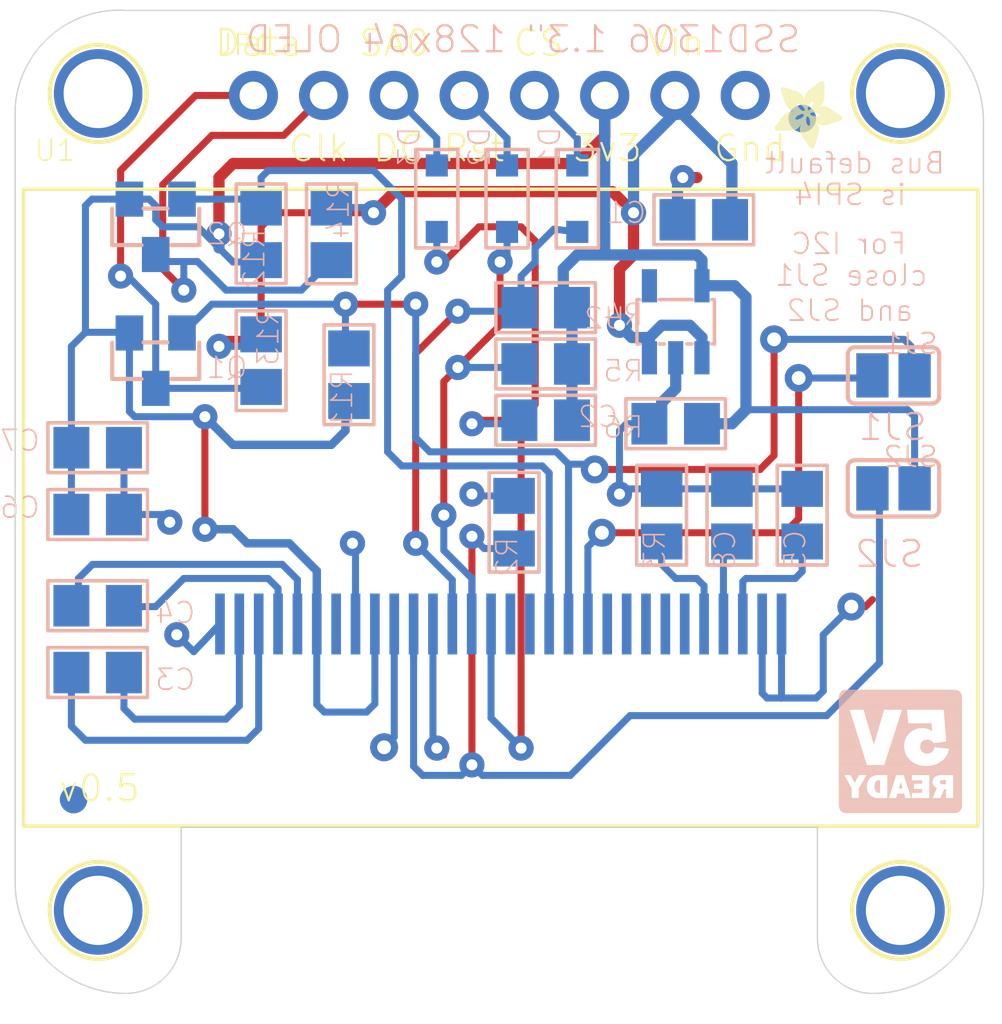
<source format=kicad_pcb>
(kicad_pcb (version 20211014) (generator pcbnew)
  (layers (0 "F.Cu" signal) (31 "B.Cu" signal) (34 "B.Paste" user) (35 "F.Paste" user) (36 "B.SilkS" user "B.Silkscreen") (37 "F.SilkS" user "F.Silkscreen") (38 "B.Mask" user) (39 "F.Mask" user) (44 "Edge.Cuts" user))
  (net 0 "")
  (net 1 "D0/SCLK/SCK_3.3V")
  (net 2 "D1/MOSI/SDA1_3.3V")
  (net 3 "GND")
  (net 4 "N$1")
  (net 5 "CS_3.3V")
  (net 6 "RST_3.3V")
  (net 7 "DC/SA0_3.3V")
  (net 8 "CS_5.0V")
  (net 9 "RST_5.0V")
  (net 10 "DC/SA0_5.0V")
  (net 11 "D0/SCLK/SCK_5.0V")
  (net 12 "D1/MOSI/SDA_5.0V")
  (net 13 "VIN")
  (net 14 "3.3V")
  (net 15 "N$3")
  (net 16 "N$4")
  (net 17 "N$5")
  (net 18 "N$6")
  (net 19 "N$7")
  (net 20 "N$11")
  (net 21 "N$12")
  (net 22 "N$2")
  (footprint "boardEagle:MOUNTINGHOLE_2.5_PLATED" (layer "F.Cu") (at 163.0011 90.257762)
    (fp_text reference "U$23" hide)
    (fp_text value "MOUNTINGHOLE2.5" hide)
  )
  (footprint "boardEagle:MOUNTINGHOLE_2.5_PLATED" (layer "F.Cu") (at 134.0011 90.257762)
    (fp_text reference "U$26" hide)
    (fp_text value "MOUNTINGHOLE2.5" hide)
  )
  (footprint "boardEagle:MOUNTINGHOLE_2.5_PLATED" (layer "F.Cu") (at 134.0011 119.757762)
    (fp_text reference "U$24" hide)
    (fp_text value "MOUNTINGHOLE2.5" hide)
  )
  (footprint "boardEagle:MOUNTINGHOLE_2.5_PLATED" (layer "F.Cu") (at 163.0011 119.757762)
    (fp_text reference "U$25" hide)
    (fp_text value "MOUNTINGHOLE2.5" hide)
  )
  (footprint "boardEagle:UG-2864HSWEG01_1.3_WRAPAROUND" (layer "F.Cu") (at 148.5531 109.215762)
    (fp_text reference "U1")
    (fp_text value "UG-2864HSWEG01")
  )
  (footprint "boardEagle:ADAFRUIT_2.5MM" (layer "F.Cu") (at 158.4611 89.805762 -90)
    (fp_text reference "U$27" hide)
    (fp_text value "" hide)
  )
  (footprint "boardEagle:1X08_ROUND_70" (layer "F.Cu") (at 148.5011 90.327762)
    (fp_text reference "JP1")
    (fp_text value "")
  )
  (footprint "boardEagle:0805" (layer "B.Cu") (at 133.9831 105.462762 180)
    (fp_text reference "C6")
    (fp_text value "2.2uF")
  )
  (footprint "boardEagle:LOGIC_5VREADY_5MM" (layer "B.Cu") (at 165.5011 116.507762 180)
    (fp_text reference "U$28" hide)
    (fp_text value "" hide)
  )
  (footprint "boardEagle:0805" (layer "B.Cu") (at 159.4491 105.485762 -90)
    (fp_text reference "C5")
    (fp_text value "10uF")
  )
  (footprint "boardEagle:0805" (layer "B.Cu") (at 149.0351 105.739762 -90)
    (fp_text reference "R2")
    (fp_text value "10K")
  )
  (footprint "boardEagle:0805" (layer "B.Cu") (at 154.8771 102.183762 180)
    (fp_text reference "C2")
    (fp_text value "10uF")
  )
  (footprint "boardEagle:0805" (layer "B.Cu") (at 154.3691 105.485762 -90)
    (fp_text reference "R3")
    (fp_text value "390K")
  )
  (footprint "boardEagle:0805" (layer "B.Cu") (at 156.9091 105.485762 -90)
    (fp_text reference "C8")
    (fp_text value "2.2uF")
  )
  (footprint "boardEagle:SOD-323" (layer "B.Cu") (at 146.2411 94.055762 -90)
    (fp_text reference "D3")
    (fp_text value "1N4148")
  )
  (footprint "boardEagle:SOT23-WIDE" (layer "B.Cu") (at 136.0811 99.905762)
    (fp_text reference "Q1")
    (fp_text value "BSS138")
  )
  (footprint "boardEagle:0805" (layer "B.Cu") (at 150.1781 102.056762)
    (fp_text reference "R6")
    (fp_text value "10K")
  )
  (footprint "boardEagle:0805" (layer "B.Cu") (at 142.4311 95.325762 90)
    (fp_text reference "R14")
    (fp_text value "10K")
  )
  (footprint "boardEagle:0805" (layer "B.Cu") (at 155.8931 94.817762 180)
    (fp_text reference "C1")
    (fp_text value "10uF")
  )
  (footprint "boardEagle:SOD-323" (layer "B.Cu") (at 148.7811 94.055762 -90)
    (fp_text reference "D2")
    (fp_text value "1N4148")
  )
  (footprint "boardEagle:SOLDERJUMPER_REFLOW_NOPASTE" (layer "B.Cu") (at 162.7511 100.437762 180)
    (fp_text reference "SJ1")
    (fp_text value "")
  )
  (footprint "boardEagle:0805" (layer "B.Cu") (at 150.1781 97.992762)
    (fp_text reference "R4")
    (fp_text value "10K")
  )
  (footprint "boardEagle:0805" (layer "B.Cu") (at 139.8911 99.905762 90)
    (fp_text reference "R13")
    (fp_text value "10K")
  )
  (footprint "boardEagle:SOD-323" (layer "B.Cu") (at 151.3211 94.055762 -90)
    (fp_text reference "D1")
    (fp_text value "1N4148")
  )
  (footprint "boardEagle:SOLDERJUMPER_REFLOW_NOPASTE" (layer "B.Cu") (at 162.7511 104.517762 180)
    (fp_text reference "SJ2")
    (fp_text value "")
  )
  (footprint "boardEagle:0805" (layer "B.Cu") (at 143.0661 100.413762 -90)
    (fp_text reference "R11")
    (fp_text value "10K")
  )
  (footprint "boardEagle:SOT23-5" (layer "B.Cu") (at 154.8771 98.500762 180)
    (fp_text reference "U2")
    (fp_text value "")
  )
  (footprint "boardEagle:SOT23-WIDE" (layer "B.Cu") (at 136.0811 95.071762)
    (fp_text reference "Q2")
    (fp_text value "BSS138")
  )
  (footprint "boardEagle:0805" (layer "B.Cu") (at 133.9831 108.756762)
    (fp_text reference "C4")
    (fp_text value "2.2uF")
  )
  (footprint "boardEagle:0805" (layer "B.Cu") (at 139.8911 95.325762 -90)
    (fp_text reference "R12")
    (fp_text value "10K")
  )
  (footprint "boardEagle:0805" (layer "B.Cu") (at 133.9831 111.169762)
    (fp_text reference "C3")
    (fp_text value "2.2uF")
  )
  (footprint "boardEagle:0805" (layer "B.Cu") (at 150.1781 100.024762)
    (fp_text reference "R5")
    (fp_text value "10K")
  )
  (footprint "boardEagle:FIDUCIAL_1MM" (layer "B.Cu") (at 133.1121 115.757762 180)
    (fp_text reference "FID2" hide)
    (fp_text value "FIDUCIAL\"\"" hide)
  )
  (footprint "boardEagle:0805" (layer "B.Cu") (at 133.9831 103.049762 180)
    (fp_text reference "C7")
    (fp_text value "2.2uF")
  )
  (footprint "boardEagle:FIDUCIAL_1MM" (layer "B.Cu") (at 159.4531 91.161762 180)
    (fp_text reference "FID1" hide)
    (fp_text value "FIDUCIAL\"\"" hide)
  )
  (gr_line (start 135.0011 87.257762) (end 162.0011 87.257762) (layer "Edge.Cuts") (width 0.05))
  (gr_line (start 166.0011 91.257762) (end 166.0011 118.757762) (layer "Edge.Cuts") (width 0.05))
  (gr_arc (start 166.0011 118.757762) (mid 164.829527 121.586189) (end 162.0011 122.757762) (layer "Edge.Cuts") (width 0.05))
  (gr_arc (start 162.0011 87.257762) (mid 164.829527 88.429335) (end 166.0011 91.257762) (layer "Edge.Cuts") (width 0.05))
  (gr_line (start 160.0011 116.757762) (end 137.0011 116.757762) (layer "Edge.Cuts") (width 0.05))
  (gr_line (start 131.0011 118.757762) (end 131.0011 90.757762) (layer "Edge.Cuts") (width 0.05))
  (gr_arc (start 135.0011 122.757762) (mid 132.172673 121.586189) (end 131.0011 118.757762) (layer "Edge.Cuts") (width 0.05))
  (gr_arc (start 137.0011 120.757762) (mid 136.415314 122.171976) (end 135.0011 122.757762) (layer "Edge.Cuts") (width 0.05))
  (gr_arc (start 131.0011 90.757762) (mid 132.276226 88.179335) (end 135.0011 87.257762) (layer "Edge.Cuts") (width 0.05))
  (gr_line (start 160.0011 116.757762) (end 160.0011 120.757762) (layer "Edge.Cuts") (width 0.05))
  (gr_arc (start 162.0011 122.757762) (mid 160.586886 122.171976) (end 160.0011 120.757762) (layer "Edge.Cuts") (width 0.05))
  (gr_line (start 137.0011 120.757762) (end 137.0011 116.757762) (layer "Edge.Cuts") (width 0.05))
  (gr_text "close SJ1" (at 164.0211 97.262762) (layer "B.SilkS") (effects (font (size 0.747776 0.747776) (thickness 0.065024)) (justify left bottom mirror)))
  (gr_text "Bus default" (at 164.6561 93.206762) (layer "B.SilkS") (effects (font (size 0.747776 0.747776) (thickness 0.065024)) (justify left bottom mirror)))
  (gr_text "SJ2" (at 163.8941 107.430762) (layer "B.SilkS") (effects (font (size 0.93472 0.93472) (thickness 0.08128)) (justify left bottom mirror)))
  (gr_text "and SJ2" (at 163.5131 98.532762) (layer "B.SilkS") (effects (font (size 0.747776 0.747776) (thickness 0.065024)) (justify left bottom mirror)))
  (gr_text "is SPI4" (at 163.2591 94.349762) (layer "B.SilkS") (effects (font (size 0.747776 0.747776) (thickness 0.065024)) (justify left bottom mirror)))
  (gr_text "For I2C" (at 163.2591 96.119762) (layer "B.SilkS") (effects (font (size 0.747776 0.747776) (thickness 0.065024)) (justify left bottom mirror)))
  (gr_text "SJ1" (at 164.0211 102.850762) (layer "B.SilkS") (effects (font (size 0.93472 0.93472) (thickness 0.08128)) (justify left bottom mirror)))
  (gr_text "SSD1306 1.3\" 128x64 OLED" (at 159.4491 88.848762) (layer "B.SilkS") (effects (font (size 0.93472 0.93472) (thickness 0.08128)) (justify left bottom mirror)))
  (gr_text "Data" (at 138.1611 88.975762) (layer "F.SilkS") (effects (font (size 0.93472 0.93472) (thickness 0.08128)) (justify left bottom)))
  (gr_text "3v3" (at 151.1151 92.785762) (layer "F.SilkS") (effects (font (size 0.93472 0.93472) (thickness 0.08128)) (justify left bottom)))
  (gr_text "Clk" (at 140.8281 92.785762) (layer "F.SilkS") (effects (font (size 0.93472 0.93472) (thickness 0.08128)) (justify left bottom)))
  (gr_text "DC" (at 143.8761 92.785762) (layer "F.SilkS") (effects (font (size 0.93472 0.93472) (thickness 0.08128)) (justify left bottom)))
  (gr_text "Rst" (at 146.4161 92.785762) (layer "F.SilkS") (effects (font (size 0.93472 0.93472) (thickness 0.08128)) (justify left bottom)))
  (gr_text "CS" (at 148.9561 88.975762) (layer "F.SilkS") (effects (font (size 0.93472 0.93472) (thickness 0.08128)) (justify left bottom)))
  (gr_text "SA0" (at 143.3681 88.975762) (layer "F.SilkS") (effects (font (size 0.93472 0.93472) (thickness 0.08128)) (justify left bottom)))
  (gr_text "v0.5" (at 132.5251 115.899762) (layer "F.SilkS") (effects (font (size 0.93472 0.93472) (thickness 0.08128)) (justify left bottom)))
  (gr_text "Gnd" (at 156.1951 92.785762) (layer "F.SilkS") (effects (font (size 0.93472 0.93472) (thickness 0.08128)) (justify left bottom)))
  (gr_text "Vin" (at 153.7821 88.975762) (layer "F.SilkS") (effects (font (size 0.93472 0.93472) (thickness 0.08128)) (justify left bottom)))
  (segment (start 144.4631 103.199762) (end 144.4631 97.357762) (width 0.254) (layer "B.Cu") (net 1))
  (segment (start 150.0511 103.707762) (end 144.9711 103.707762) (width 0.254) (layer "B.Cu") (net 1))
  (segment (start 150.3031 103.959762) (end 150.0511 103.707762) (width 0.254) (layer "B.Cu") (net 1))
  (segment (start 143.9551 93.039762) (end 140.1451 93.039762) (width 0.254) (layer "B.Cu") (net 1))
  (segment (start 144.9711 96.849762) (end 144.9711 94.055762) (width 0.254) (layer "B.Cu") (net 1))
  (segment (start 139.8911 93.293762) (end 139.8911 94.375762) (width 0.254) (layer "B.Cu") (net 1))
  (segment (start 139.8911 94.375762) (end 139.5871 94.071762) (width 0.254) (layer "B.Cu") (net 1))
  (segment (start 140.1451 93.039762) (end 139.8911 93.293762) (width 0.254) (layer "B.Cu") (net 1))
  (segment (start 139.8911 94.375762) (end 139.8411 94.325762) (width 0.254) (layer "B.Cu") (net 1))
  (segment (start 144.4631 97.357762) (end 144.9711 96.849762) (width 0.254) (layer "B.Cu") (net 1))
  (segment (start 150.3031 109.415762) (end 150.3031 103.959762) (width 0.254) (layer "B.Cu") (net 1))
  (segment (start 144.9711 94.055762) (end 143.9551 93.039762) (width 0.254) (layer "B.Cu") (net 1))
  (segment (start 144.9711 103.707762) (end 144.4631 103.199762) (width 0.254) (layer "B.Cu") (net 1))
  (segment (start 139.5871 94.071762) (end 137.0311 94.071762) (width 0.254) (layer "B.Cu") (net 1))
  (segment (start 158.4331 103.326762) (end 158.4331 99.135762) (width 0.254) (layer "F.Cu") (net 2))
  (segment (start 142.9391 97.865762) (end 145.4791 97.865762) (width 0.254) (layer "F.Cu") (net 2))
  (segment (start 157.9251 103.834762) (end 158.4331 103.326762) (width 0.254) (layer "F.Cu") (net 2))
  (segment (start 151.9561 103.834762) (end 157.9251 103.834762) (width 0.254) (layer "F.Cu") (net 2))
  (via (at 158.4331 99.135762) (size 1.008) (drill 0.5) (layers "F.Cu" "B.Cu") (net 2))
  (via (at 142.9391 97.865762) (size 0.908) (drill 0.4) (layers "F.Cu" "B.Cu") (net 2))
  (via (at 145.4791 97.865762) (size 0.908) (drill 0.4) (layers "F.Cu" "B.Cu") (net 2))
  (via (at 151.9561 103.834762) (size 1.008) (drill 0.5) (layers "F.Cu" "B.Cu") (net 2))
  (segment (start 163.1321 99.135762) (end 163.3861 99.389762) (width 0.254) (layer "B.Cu") (net 2))
  (segment (start 145.9871 103.199762) (end 150.5591 103.199762) (width 0.254) (layer "B.Cu") (net 2))
  (segment (start 142.9391 97.865762) (end 142.9391 98.828762) (width 0.254) (layer "B.Cu") (net 2))
  (segment (start 142.9391 98.828762) (end 143.0661 99.463762) (width 0.254) (layer "B.Cu") (net 2))
  (segment (start 145.4791 97.865762) (end 145.4791 102.691762) (width 0.254) (layer "B.Cu") (net 2))
  (segment (start 138.1131 97.865762) (end 142.9391 97.865762) (width 0.254) (layer "B.Cu") (net 2))
  (segment (start 163.3861 100.310762) (end 163.5131 100.437762) (width 0.254) (layer "B.Cu") (net 2))
  (segment (start 158.4331 99.135762) (end 163.1321 99.135762) (width 0.254) (layer "B.Cu") (net 2))
  (segment (start 150.5591 103.199762) (end 151.0031 103.643762) (width 0.254) (layer "B.Cu") (net 2))
  (segment (start 137.0731 98.905762) (end 138.1131 97.865762) (width 0.254) (layer "B.Cu") (net 2))
  (segment (start 137.0311 98.905762) (end 137.0731 98.905762) (width 0.254) (layer "B.Cu") (net 2))
  (segment (start 163.3861 99.389762) (end 163.3861 100.310762) (width 0.254) (layer "B.Cu") (net 2))
  (segment (start 151.0031 103.643762) (end 151.7651 103.643762) (width 0.254) (layer "B.Cu") (net 2))
  (segment (start 151.7651 103.643762) (end 151.9561 103.834762) (width 0.254) (layer "B.Cu") (net 2))
  (segment (start 145.4791 102.691762) (end 145.9871 103.199762) (width 0.254) (layer "B.Cu") (net 2))
  (segment (start 151.0031 103.643762) (end 151.0031 109.415762) (width 0.254) (layer "B.Cu") (net 2))
  (segment (start 161.7351 108.787762) (end 161.9891 108.533762) (width 0.254) (layer "F.Cu") (net 3))
  (segment (start 144.3361 113.867762) (end 144.0821 113.867762) (width 0.254) (layer "F.Cu") (net 3))
  (segment (start 155.1311 93.293762) (end 155.6391 93.293762) (width 0.4064) (layer "F.Cu") (net 3))
  (segment (start 146.2411 113.897762) (end 146.4951 114.151762) (width 0.254) (layer "F.Cu") (net 3))
  (segment (start 136.8431 109.803762) (end 136.8431 110.057762) (width 0.254) (layer "F.Cu") (net 3))
  (segment (start 143.1931 106.501762) (end 143.1931 106.247762) (width 0.254) (layer "F.Cu") (net 3))
  (segment (start 136.5891 105.739762) (end 136.8431 105.739762) (width 0.254) (layer "F.Cu") (net 3))
  (segment (start 152.8451 104.723762) (end 152.8451 104.469762) (width 0.254) (layer "F.Cu") (net 3))
  (segment (start 147.5111 104.723762) (end 147.5111 104.469762) (width 0.254) (layer "F.Cu") (net 3))
  (segment (start 161.2271 108.787762) (end 161.7351 108.787762) (width 0.254) (layer "F.Cu") (net 3))
  (via (at 147.5111 104.723762) (size 0.908) (drill 0.4) (layers "F.Cu" "B.Cu") (net 3))
  (via (at 144.3361 113.867762) (size 1.008) (drill 0.5) (layers "F.Cu" "B.Cu") (net 3))
  (via (at 136.8431 109.803762) (size 0.908) (drill 0.4) (layers "F.Cu" "B.Cu") (net 3))
  (via (at 136.5891 105.739762) (size 0.908) (drill 0.4) (layers "F.Cu" "B.Cu") (net 3))
  (via (at 152.8451 104.723762) (size 0.908) (drill 0.4) (layers "F.Cu" "B.Cu") (net 3))
  (via (at 146.2411 113.897762) (size 0.908) (drill 0.4) (layers "F.Cu" "B.Cu") (net 3))
  (via (at 143.1931 106.501762) (size 0.908) (drill 0.4) (layers "F.Cu" "B.Cu") (net 3))
  (via (at 161.2271 108.787762) (size 1.008) (drill 0.5) (layers "F.Cu" "B.Cu") (net 3))
  (via (at 155.1311 93.293762) (size 0.908) (drill 0.4) (layers "F.Cu" "B.Cu") (net 3))
  (segment (start 158.1791 112.089762) (end 158.6871 112.089762) (width 0.254) (layer "B.Cu") (net 3))
  (segment (start 144.7031 113.500762) (end 144.7031 109.415762) (width 0.254) (layer "B.Cu") (net 3))
  (segment (start 146.1031 113.759762) (end 146.1031 109.415762) (width 0.254) (layer "B.Cu") (net 3))
  (segment (start 158.0031 111.913762) (end 158.1791 112.089762) (width 0.254) (layer "B.Cu") (net 3))
  (segment (start 154.8771 100.913762) (end 154.8771 99.800862) (width 0.4064) (layer "B.Cu") (net 3))
  (segment (start 143.3031 106.611762) (end 143.1931 106.501762) (width 0.254) (layer "B.Cu") (net 3))
  (segment (start 137.4551 110.415762) (end 136.8431 109.803762) (width 0.254) (layer "B.Cu") (net 3))
  (segment (start 160.2111 111.835762) (end 160.2111 109.803762) (width 0.254) (layer "B.Cu") (net 3))
  (segment (start 153.9271 102.183762) (end 154.3691 101.741762) (width 0.4064) (layer "B.Cu") (net 3))
  (segment (start 154.3691 101.421762) (end 154.8771 100.913762) (width 0.4064) (layer "B.Cu") (net 3))
  (segment (start 143.3031 109.415762) (end 143.3031 106.611762) (width 0.254) (layer "B.Cu") (net 3))
  (segment (start 156.9091 104.535762) (end 159.4491 104.535762) (width 0.254) (layer "B.Cu") (net 3))
  (segment (start 144.3361 113.867762) (end 144.7031 113.500762) (width 0.254) (layer "B.Cu") (net 3))
  (segment (start 134.9331 105.462762) (end 134.9331 103.049762) (width 0.254) (layer "B.Cu") (net 3))
  (segment (start 154.3691 104.535762) (end 156.9091 104.535762) (width 0.254) (layer "B.Cu") (net 3))
  (segment (start 152.8451 102.437762) (end 153.0991 102.183762) (width 0.254) (layer "B.Cu") (net 3))
  (segment (start 146.1031 113.759762) (end 146.2411 113.897762) (width 0.254) (layer "B.Cu") (net 3))
  (segment (start 152.8451 104.723762) (end 152.8451 102.437762) (width 0.254) (layer "B.Cu") (net 3))
  (segment (start 154.9431 93.481762) (end 155.1311 93.293762) (width 0.4064) (layer "B.Cu") (net 3))
  (segment (start 154.9431 94.817762) (end 154.9431 93.481762) (width 0.4064) (layer "B.Cu") (net 3))
  (segment (start 152.8451 104.723762) (end 153.0381 104.535762) (width 0.254) (layer "B.Cu") (net 3))
  (segment (start 158.7031 112.073762) (end 158.7031 109.415762) (width 0.254) (layer "B.Cu") (net 3))
  (segment (start 153.0991 102.183762) (end 153.9271 102.183762) (width 0.254) (layer "B.Cu") (net 3))
  (segment (start 136.3121 105.462762) (end 136.5891 105.739762) (width 0.254) (layer "B.Cu") (net 3))
  (segment (start 158.6871 112.089762) (end 158.7031 112.073762) (width 0.254) (layer "B.Cu") (net 3))
  (segment (start 147.5771 104.789762) (end 149.0351 104.789762) (width 0.254) (layer "B.Cu") (net 3))
  (segment (start 158.6871 112.089762) (end 159.9571 112.089762) (width 0.254) (layer "B.Cu") (net 3))
  (segment (start 159.9571 112.089762) (end 160.2111 111.835762) (width 0.254) (layer "B.Cu") (net 3))
  (segment (start 158.0031 109.415762) (end 158.0031 111.913762) (width 0.254) (layer "B.Cu") (net 3))
  (segment (start 160.2111 109.803762) (end 161.2271 108.787762) (width 0.254) (layer "B.Cu") (net 3))
  (segment (start 153.0381 104.535762) (end 154.3691 104.535762) (width 0.254) (layer "B.Cu") (net 3))
  (segment (start 134.9331 105.462762) (end 136.3121 105.462762) (width 0.254) (layer "B.Cu") (net 3))
  (segment (start 154.3691 101.741762) (end 154.3691 101.421762) (width 0.4064) (layer "B.Cu") (net 3))
  (segment (start 147.5111 104.723762) (end 147.5771 104.789762) (width 0.254) (layer "B.Cu") (net 3))
  (segment (start 138.4031 109.415762) (end 137.4551 110.415762) (width 0.254) (layer "B.Cu") (net 3))
  (segment (start 147.5111 114.502762) (end 147.5111 106.247762) (width 0.254) (layer "F.Cu") (net 4))
  (via (at 147.5111 114.502762) (size 0.908) (drill 0.4) (layers "F.Cu" "B.Cu") (net 4))
  (via (at 147.5111 106.247762) (size 0.908) (drill 0.4) (layers "F.Cu" "B.Cu") (net 4))
  (segment (start 160.3381 112.724762) (end 162.2431 110.819762) (width 0.254) (layer "B.Cu") (net 4))
  (segment (start 161.9891 104.977762) (end 161.9891 104.517762) (width 0.254) (layer "B.Cu") (net 4))
  (segment (start 162.2431 105.231762) (end 161.9891 104.977762) (width 0.254) (layer "B.Cu") (net 4))
  (segment (start 147.8921 114.883762) (end 151.0671 114.883762) (width 0.254) (layer "B.Cu") (net 4))
  (segment (start 147.5111 114.502762) (end 147.6391 114.757762) (width 0.254) (layer "B.Cu") (net 4))
  (segment (start 153.2261 112.724762) (end 160.3381 112.724762) (width 0.254) (layer "B.Cu") (net 4))
  (segment (start 147.5111 114.502762) (end 147.8921 114.883762) (width 0.254) (layer "B.Cu") (net 4))
  (segment (start 147.5111 106.247762) (end 147.9531 106.689762) (width 0.254) (layer "B.Cu") (net 4))
  (segment (start 147.1301 114.883762) (end 147.5111 114.502762) (width 0.254) (layer "B.Cu") (net 4))
  (segment (start 145.4031 109.415762) (end 145.4031 110.641762) (width 0.254) (layer "B.Cu") (net 4))
  (segment (start 151.0671 114.883762) (end 153.2261 112.724762) (width 0.254) (layer "B.Cu") (net 4))
  (segment (start 147.9531 106.689762) (end 149.0351 106.689762) (width 0.254) (layer "B.Cu") (net 4))
  (segment (start 162.2431 110.819762) (end 162.2431 105.231762) (width 0.254) (layer "B.Cu") (net 4))
  (segment (start 145.7331 114.883762) (end 145.4031 114.553762) (width 0.254) (layer "B.Cu") (net 4))
  (segment (start 145.7331 114.883762) (end 147.1301 114.883762) (width 0.254) (layer "B.Cu") (net 4))
  (segment (start 145.4031 114.553762) (end 145.4031 109.415762) (width 0.254) (layer "B.Cu") (net 4))
  (segment (start 145.4791 106.501762) (end 145.4791 99.643762) (width 0.254) (layer "F.Cu") (net 5))
  (segment (start 145.4791 99.643762) (end 147.0031 98.119762) (width 0.254) (layer "F.Cu") (net 5))
  (via (at 147.0031 98.119762) (size 0.908) (drill 0.4) (layers "F.Cu" "B.Cu") (net 5))
  (via (at 145.4791 106.501762) (size 0.908) (drill 0.4) (layers "F.Cu" "B.Cu") (net 5))
  (segment (start 146.8031 109.415762) (end 146.8031 107.825762) (width 0.254) (layer "B.Cu") (net 5))
  (segment (start 149.2891 96.849762) (end 149.7971 96.341762) (width 0.254) (layer "B.Cu") (net 5))
  (segment (start 149.2891 97.931762) (end 149.2891 96.849762) (width 0.254) (layer "B.Cu") (net 5))
  (segment (start 150.4751 95.155762) (end 151.3211 95.255762) (width 0.254) (layer "B.Cu") (net 5))
  (segment (start 149.7971 95.833762) (end 150.4751 95.155762) (width 0.254) (layer "B.Cu") (net 5))
  (segment (start 147.0031 98.119762) (end 148.8471 98.119762) (width 0.254) (layer "B.Cu") (net 5))
  (segment (start 149.2281 97.992762) (end 149.2891 97.931762) (width 0.254) (layer "B.Cu") (net 5))
  (segment (start 149.7971 96.341762) (end 149.7971 95.833762) (width 0.254) (layer "B.Cu") (net 5))
  (segment (start 146.8031 107.825762) (end 145.4791 106.501762) (width 0.254) (layer "B.Cu") (net 5))
  (segment (start 148.8471 98.119762) (end 149.2281 97.992762) (width 0.254) (layer "B.Cu") (net 5))
  (segment (start 148.5271 98.627762) (end 148.5271 96.341762) (width 0.254) (layer "F.Cu") (net 6))
  (segment (start 147.0031 100.151762) (end 148.5271 98.627762) (width 0.254) (layer "F.Cu") (net 6))
  (segment (start 146.4951 105.485762) (end 146.4951 100.659762) (width 0.254) (layer "F.Cu") (net 6))
  (segment (start 146.4951 100.659762) (end 147.0031 100.151762) (width 0.254) (layer "F.Cu") (net 6))
  (via (at 148.5271 96.341762) (size 0.908) (drill 0.4) (layers "F.Cu" "B.Cu") (net 6))
  (via (at 146.4951 105.485762) (size 0.908) (drill 0.4) (layers "F.Cu" "B.Cu") (net 6))
  (via (at 147.0031 100.151762) (size 0.908) (drill 0.4) (layers "F.Cu" "B.Cu") (net 6))
  (segment (start 147.5111 107.771762) (end 146.4951 106.755762) (width 0.254) (layer "B.Cu") (net 6))
  (segment (start 147.5031 109.415762) (end 147.5111 109.207762) (width 0.254) (layer "B.Cu") (net 6))
  (segment (start 148.7811 96.087762) (end 148.7811 95.255762) (width 0.254) (layer "B.Cu") (net 6))
  (segment (start 148.5271 96.341762) (end 148.7811 96.087762) (width 0.254) (layer "B.Cu") (net 6))
  (segment (start 147.0031 100.151762) (end 148.8471 100.151762) (width 0.254) (layer "B.Cu") (net 6))
  (segment (start 146.4951 106.755762) (end 146.4951 105.485762) (width 0.254) (layer "B.Cu") (net 6))
  (segment (start 148.8471 100.151762) (end 149.2281 100.024762) (width 0.254) (layer "B.Cu") (net 6))
  (segment (start 147.5111 109.207762) (end 147.5111 107.771762) (width 0.254) (layer "B.Cu") (net 6))
  (segment (start 149.2891 95.071762) (end 147.7651 95.071762) (width 0.254) (layer "F.Cu") (net 7))
  (segment (start 149.2891 113.897762) (end 149.2891 102.117762) (width 0.254) (layer "F.Cu") (net 7))
  (segment (start 149.7971 101.487762) (end 149.7971 95.579762) (width 0.254) (layer "F.Cu") (net 7))
  (segment (start 149.2281 102.056762) (end 149.7971 101.487762) (width 0.254) (layer "F.Cu") (net 7))
  (segment (start 147.7651 95.071762) (end 146.4951 96.341762) (width 0.254) (layer "F.Cu") (net 7))
  (segment (start 149.7971 95.579762) (end 149.2891 95.071762) (width 0.254) (layer "F.Cu") (net 7))
  (segment (start 149.2281 102.056762) (end 147.6381 102.056762) (width 0.254) (layer "F.Cu") (net 7))
  (segment (start 146.4951 96.341762) (end 146.2411 96.341762) (width 0.254) (layer "F.Cu") (net 7))
  (segment (start 149.2891 102.117762) (end 149.2281 102.056762) (width 0.254) (layer "F.Cu") (net 7))
  (segment (start 147.6381 102.056762) (end 147.5111 102.183762) (width 0.254) (layer "F.Cu") (net 7))
  (via (at 149.2891 113.897762) (size 0.908) (drill 0.4) (layers "F.Cu" "B.Cu") (net 7))
  (via (at 147.5111 102.183762) (size 0.908) (drill 0.4) (layers "F.Cu" "B.Cu") (net 7))
  (via (at 146.2411 96.341762) (size 0.908) (drill 0.4) (layers "F.Cu" "B.Cu") (net 7))
  (segment (start 148.2031 112.811762) (end 149.2891 113.897762) (width 0.254) (layer "B.Cu") (net 7))
  (segment (start 148.2031 112.811762) (end 148.2031 109.415762) (width 0.254) (layer "B.Cu") (net 7))
  (segment (start 146.2411 96.341762) (end 146.2411 95.255762) (width 0.254) (layer "B.Cu") (net 7))
  (segment (start 147.5111 102.183762) (end 149.1011 102.183762) (width 0.254) (layer "B.Cu") (net 7))
  (segment (start 149.1011 102.183762) (end 149.2281 102.056762) (width 0.254) (layer "B.Cu") (net 7))
  (segment (start 149.7711 90.327762) (end 151.3211 91.877762) (width 0.254) (layer "B.Cu") (net 8))
  (segment (start 151.3211 91.877762) (end 151.3211 92.855762) (width 0.254) (layer "B.Cu") (net 8))
  (segment (start 147.2311 90.327762) (end 148.7811 91.877762) (width 0.254) (layer "B.Cu") (net 9))
  (segment (start 148.7811 91.877762) (end 148.7811 92.855762) (width 0.254) (layer "B.Cu") (net 9))
  (segment (start 146.2411 91.877762) (end 146.2411 92.855762) (width 0.254) (layer "B.Cu") (net 10))
  (segment (start 144.6911 90.327762) (end 146.2411 91.877762) (width 0.254) (layer "B.Cu") (net 10))
  (segment (start 136.3351 96.595762) (end 136.3351 93.547762) (width 0.254) (layer "F.Cu") (net 11))
  (segment (start 138.1131 91.769762) (end 140.7091 91.769762) (width 0.254) (layer "F.Cu") (net 11))
  (segment (start 140.7091 91.769762) (end 142.1511 90.327762) (width 0.254) (layer "F.Cu") (net 11))
  (segment (start 136.3351 93.547762) (end 138.1131 91.769762) (width 0.254) (layer "F.Cu") (net 11))
  (segment (start 137.0971 97.357762) (end 136.3351 96.595762) (width 0.254) (layer "F.Cu") (net 11))
  (via (at 137.0971 97.357762) (size 0.908) (drill 0.4) (layers "F.Cu" "B.Cu") (net 11))
  (segment (start 136.3351 96.325762) (end 137.0971 96.325762) (width 0.254) (layer "B.Cu") (net 11))
  (segment (start 141.3491 97.357762) (end 142.4311 96.275762) (width 0.254) (layer "B.Cu") (net 11))
  (segment (start 137.0971 96.325762) (end 137.5891 96.325762) (width 0.254) (layer "B.Cu") (net 11))
  (segment (start 138.6211 97.357762) (end 141.3491 97.357762) (width 0.254) (layer "B.Cu") (net 11))
  (segment (start 137.0971 96.325762) (end 137.0971 97.357762) (width 0.254) (layer "B.Cu") (net 11))
  (segment (start 137.5891 96.325762) (end 138.6211 97.357762) (width 0.254) (layer "B.Cu") (net 11))
  (segment (start 136.0811 96.071762) (end 136.3351 96.325762) (width 0.254) (layer "B.Cu") (net 11))
  (segment (start 134.8111 93.039762) (end 137.5231 90.327762) (width 0.254) (layer "F.Cu") (net 12))
  (segment (start 134.8111 96.849762) (end 134.8111 93.039762) (width 0.254) (layer "F.Cu") (net 12))
  (segment (start 137.5231 90.327762) (end 139.6111 90.327762) (width 0.254) (layer "F.Cu") (net 12))
  (via (at 134.8111 96.849762) (size 0.908) (drill 0.4) (layers "F.Cu" "B.Cu") (net 12))
  (segment (start 139.8411 100.905762) (end 139.8911 100.855762) (width 0.254) (layer "B.Cu") (net 12))
  (segment (start 136.0811 97.865762) (end 135.0651 96.849762) (width 0.254) (layer "B.Cu") (net 12))
  (segment (start 136.0811 100.905762) (end 136.0811 97.865762) (width 0.254) (layer "B.Cu") (net 12))
  (segment (start 136.0811 100.905762) (end 139.8411 100.905762) (width 0.254) (layer "B.Cu") (net 12))
  (segment (start 135.0651 96.849762) (end 134.8111 96.849762) (width 0.254) (layer "B.Cu") (net 12))
  (segment (start 138.6211 99.135762) (end 139.3831 99.135762) (width 0.254) (layer "F.Cu") (net 13))
  (segment (start 153.3531 96.087762) (end 152.8451 96.595762) (width 0.4064) (layer "F.Cu") (net 13))
  (segment (start 143.9551 94.563762) (end 144.7171 93.801762) (width 0.4064) (layer "F.Cu") (net 13))
  (segment (start 144.7171 93.801762) (end 152.5911 93.801762) (width 0.4064) (layer "F.Cu") (net 13))
  (segment (start 152.5911 93.801762) (end 153.3531 94.563762) (width 0.4064) (layer "F.Cu") (net 13))
  (segment (start 152.8451 96.595762) (end 152.8451 98.627762) (width 0.4064) (layer "F.Cu") (net 13))
  (segment (start 138.3671 99.389762) (end 138.6211 99.135762) (width 0.254) (layer "F.Cu") (net 13))
  (segment (start 139.8911 98.627762) (end 139.8911 95.071762) (width 0.254) (layer "F.Cu") (net 13))
  (segment (start 139.8911 95.071762) (end 140.3991 94.563762) (width 0.254) (layer "F.Cu") (net 13))
  (segment (start 140.3991 94.563762) (end 143.9551 94.563762) (width 0.254) (layer "F.Cu") (net 13))
  (segment (start 139.3831 99.135762) (end 139.8911 98.627762) (width 0.254) (layer "F.Cu") (net 13))
  (segment (start 153.3531 94.563762) (end 153.3531 96.087762) (width 0.4064) (layer "F.Cu") (net 13))
  (via (at 152.8451 98.627762) (size 0.908) (drill 0.4) (layers "F.Cu" "B.Cu") (net 13))
  (via (at 153.3531 94.563762) (size 0.908) (drill 0.4) (layers "F.Cu" "B.Cu") (net 13))
  (via (at 138.3671 99.389762) (size 0.908) (drill 0.4) (layers "F.Cu" "B.Cu") (net 13))
  (via (at 143.9551 94.563762) (size 0.908) (drill 0.4) (layers "F.Cu" "B.Cu") (net 13))
  (segment (start 153.3531 92.479762) (end 154.8511 90.981762) (width 0.4064) (layer "B.Cu") (net 13))
  (segment (start 139.4571 99.389762) (end 139.8911 98.955762) (width 0.254) (layer "B.Cu") (net 13))
  (segment (start 152.8451 98.627762) (end 153.2871 99.069762) (width 0.4064) (layer "B.Cu") (net 13))
  (segment (start 154.3691 98.627762) (end 155.3851 98.627762) (width 0.4064) (layer "B.Cu") (net 13))
  (segment (start 153.9271 99.069762) (end 153.9271 99.800862) (width 0.4064) (layer "B.Cu") (net 13))
  (segment (start 144.0211 94.375762) (end 142.4311 94.375762) (width 0.254) (layer "B.Cu") (net 13))
  (segment (start 153.3531 94.563762) (end 153.3531 92.479762) (width 0.4064) (layer "B.Cu") (net 13))
  (segment (start 153.9271 99.069762) (end 154.3691 98.627762) (width 0.4064) (layer "B.Cu") (net 13))
  (segment (start 143.9551 94.563762) (end 144.0211 94.375762) (width 0.254) (layer "B.Cu") (net 13))
  (segment (start 154.8511 90.981762) (end 154.8511 90.327762) (width 0.4064) (layer "B.Cu") (net 13))
  (segment (start 155.3851 98.627762) (end 155.8271 99.069762) (width 0.4064) (layer "B.Cu") (net 13))
  (segment (start 156.9091 94.751762) (end 156.8431 94.817762) (width 0.4064) (layer "B.Cu") (net 13))
  (segment (start 156.9091 92.785762) (end 156.9091 94.751762) (width 0.4064) (layer "B.Cu") (net 13))
  (segment (start 154.8771 90.753762) (end 156.9091 92.785762) (width 0.4064) (layer "B.Cu") (net 13))
  (segment (start 155.8271 99.069762) (end 155.8271 99.800862) (width 0.4064) (layer "B.Cu") (net 13))
  (segment (start 153.2871 99.069762) (end 153.9271 99.069762) (width 0.4064) (layer "B.Cu") (net 13))
  (segment (start 154.8511 90.981762) (end 154.8771 90.753762) (width 0.4064) (layer "B.Cu") (net 13))
  (segment (start 138.3671 99.389762) (end 139.4571 99.389762) (width 0.254) (layer "B.Cu") (net 13))
  (segment (start 138.8751 92.785762) (end 151.3211 92.785762) (width 0.4064) (layer "F.Cu") (net 14))
  (segment (start 138.3671 95.325762) (end 138.3671 93.293762) (width 0.4064) (layer "F.Cu") (net 14))
  (segment (start 138.3671 93.293762) (end 138.8751 92.785762) (width 0.4064) (layer "F.Cu") (net 14))
  (segment (start 137.8591 101.929762) (end 137.8591 105.993762) (width 0.254) (layer "F.Cu") (net 14))
  (segment (start 152.3111 91.795762) (end 152.3111 90.327762) (width 0.4064) (layer "F.Cu") (net 14))
  (segment (start 151.3211 92.785762) (end 152.3111 91.795762) (width 0.4064) (layer "F.Cu") (net 14))
  (via (at 137.8591 105.993762) (size 0.908) (drill 0.4) (layers "F.Cu" "B.Cu") (net 14))
  (via (at 137.8591 101.929762) (size 0.908) (drill 0.4) (layers "F.Cu" "B.Cu") (net 14))
  (via (at 138.3671 95.325762) (size 0.908) (drill 0.4) (layers "F.Cu" "B.Cu") (net 14))
  (segment (start 137.8591 105.993762) (end 138.8751 105.993762) (width 0.3048) (layer "B.Cu") (net 14))
  (segment (start 142.4311 102.945762) (end 142.9391 102.437762) (width 0.3048) (layer "B.Cu") (net 14))
  (segment (start 138.8751 96.341762) (end 139.8251 96.341762) (width 0.254) (layer "B.Cu") (net 14))
  (segment (start 139.3831 106.501762) (end 140.9071 106.501762) (width 0.3048) (layer "B.Cu") (net 14))
  (segment (start 152.3371 96.087762) (end 155.6391 96.087762) (width 0.4064) (layer "B.Cu") (net 14))
  (segment (start 156.9091 102.183762) (end 155.8271 102.183762) (width 0.4064) (layer "B.Cu") (net 14))
  (segment (start 138.8751 102.945762) (end 142.4311 102.945762) (width 0.3048) (layer "B.Cu") (net 14))
  (segment (start 133.5411 98.881762) (end 133.5411 94.309762) (width 0.254) (layer "B.Cu") (net 14))
  (segment (start 155.8271 97.200662) (end 157.006 97.200662) (width 0.4064) (layer "B.Cu") (net 14))
  (segment (start 136.3351 95.071762) (end 137.6051 95.071762) (width 0.254) (layer "B.Cu") (net 14))
  (segment (start 133.5411 98.881762) (end 135.1071 98.881762) (width 0.254) (layer "B.Cu") (net 14))
  (segment (start 157.4171 101.675762) (end 156.9091 102.183762) (width 0.4064) (layer "B.Cu") (net 14))
  (segment (start 135.1311 101.741762) (end 135.3191 101.929762) (width 0.254) (layer "B.Cu") (net 14))
  (segment (start 141.9031 109.415762) (end 141.9031 112.323762) (width 0.254) (layer "B.Cu") (net 14))
  (segment (start 133.0331 99.389762) (end 133.5411 98.881762) (width 0.254) (layer "B.Cu") (net 14))
  (segment (start 152.3111 90.327762) (end 152.3111 96.061762) (width 0.4064) (layer "B.Cu") (net 14))
  (segment (start 140.9071 106.501762) (end 141.9031 107.497762) (width 0.3048) (layer "B.Cu") (net 14))
  (segment (start 137.8591 101.929762) (end 138.8751 102.945762) (width 0.3048) (layer "B.Cu") (net 14))
  (segment (start 142.9391 101.490762) (end 143.0661 101.363762) (width 0.3048) (layer "B.Cu") (net 14))
  (segment (start 138.3671 95.833762) (end 138.8751 96.341762) (width 0.254) (layer "B.Cu") (net 14))
  (segment (start 136.0811 94.817762) (end 136.3351 95.071762) (width 0.254) (layer "B.Cu") (net 14))
  (segment (start 150.8131 97.931762) (end 151.1281 97.992762) (width 0.4064) (layer "B.Cu") (net 14))
  (segment (start 155.6391 96.087762) (end 155.8271 96.275762) (width 0.4064) (layer "B.Cu") (net 14))
  (segment (start 157.006 97.200662) (end 157.4171 97.611762) (width 0.4064) (layer "B.Cu") (net 14))
  (segment (start 141.9031 112.323762) (end 142.1771 112.597762) (width 0.254) (layer "B.Cu") (net 14))
  (segment (start 144.0031 112.295762) (end 144.0031 109.415762) (width 0.254) (layer "B.Cu") (net 14))
  (segment (start 135.1311 94.071762) (end 135.8431 94.071762) (width 0.254) (layer "B.Cu") (net 14))
  (segment (start 163.2591 101.675762) (end 163.5131 101.929762) (width 0.254) (layer "B.Cu") (net 14))
  (segment (start 151.1281 100.024762) (end 151.1281 102.056762) (width 0.4064) (layer "B.Cu") (net 14))
  (segment (start 163.5131 101.929762) (end 163.5131 104.517762) (width 0.254) (layer "B.Cu") (net 14))
  (segment (start 141.9031 107.497762) (end 141.9031 109.415762) (width 0.3048) (layer "B.Cu") (net 14))
  (segment (start 142.9391 102.437762) (end 142.9391 101.490762) (width 0.3048) (layer "B.Cu") (net 14))
  (segment (start 150.8131 96.595762) (end 150.8131 97.931762) (width 0.4064) (layer "B.Cu") (net 14))
  (segment (start 137.6051 95.071762) (end 138.3671 95.833762) (width 0.254) (layer "B.Cu") (net 14))
  (segment (start 138.8751 105.993762) (end 139.3831 106.501762) (width 0.3048) (layer "B.Cu") (net 14))
  (segment (start 139.8251 96.341762) (end 139.8911 96.275762) (width 0.254) (layer "B.Cu") (net 14))
  (segment (start 142.1771 112.597762) (end 143.7011 112.597762) (width 0.254) (layer "B.Cu") (net 14))
  (segment (start 157.4171 101.675762) (end 163.2591 101.675762) (width 0.254) (layer "B.Cu") (net 14))
  (segment (start 143.7011 112.597762) (end 144.0031 112.295762) (width 0.254) (layer "B.Cu") (net 14))
  (segment (start 133.0331 103.049762) (end 133.0331 99.389762) (width 0.254) (layer "B.Cu") (net 14))
  (segment (start 135.1311 98.905762) (end 135.1311 101.741762) (width 0.254) (layer "B.Cu") (net 14))
  (segment (start 133.5411 94.309762) (end 133.7791 94.071762) (width 0.254) (layer "B.Cu") (net 14))
  (segment (start 138.3671 95.833762) (end 138.3671 95.325762) (width 0.4064) (layer "B.Cu") (net 14))
  (segment (start 151.1281 97.992762) (end 151.1281 100.024762) (width 0.4064) (layer "B.Cu") (net 14))
  (segment (start 157.4171 97.611762) (end 157.4171 101.675762) (width 0.4064) (layer "B.Cu") (net 14))
  (segment (start 155.8271 96.275762) (end 155.8271 97.200662) (width 0.4064) (layer "B.Cu") (net 14))
  (segment (start 135.1071 98.881762) (end 135.1311 98.905762) (width 0.254) (layer "B.Cu") (net 14))
  (segment (start 136.0811 94.309762) (end 136.0811 94.817762) (width 0.254) (layer "B.Cu") (net 14))
  (segment (start 133.7791 94.071762) (end 135.1311 94.071762) (width 0.254) (layer "B.Cu") (net 14))
  (segment (start 152.3111 96.061762) (end 152.2851 96.087762) (width 0.4064) (layer "B.Cu") (net 14))
  (segment (start 152.3111 96.061762) (end 152.3371 96.087762) (width 0.4064) (layer "B.Cu") (net 14))
  (segment (start 135.8431 94.071762) (end 136.0811 94.309762) (width 0.254) (layer "B.Cu") (net 14))
  (segment (start 135.3191 101.929762) (end 137.8591 101.929762) (width 0.254) (layer "B.Cu") (net 14))
  (segment (start 152.2851 96.087762) (end 151.3211 96.087762) (width 0.4064) (layer "B.Cu") (net 14))
  (segment (start 151.3211 96.087762) (end 150.8131 96.595762) (width 0.4064) (layer "B.Cu") (net 14))
  (segment (start 133.0331 105.462762) (end 133.0331 103.049762) (width 0.254) (layer "B.Cu") (net 14))
  (segment (start 154.3691 107.263762) (end 154.3691 106.435762) (width 0.254) (layer "B.Cu") (net 15))
  (segment (start 155.9031 108.035762) (end 155.6391 107.771762) (width 0.254) (layer "B.Cu") (net 15))
  (segment (start 155.6391 107.771762) (end 154.8771 107.771762) (width 0.254) (layer "B.Cu") (net 15))
  (segment (start 154.8771 107.771762) (end 154.3691 107.263762) (width 0.254) (layer "B.Cu") (net 15))
  (segment (start 155.9031 109.415762) (end 155.9031 108.035762) (width 0.254) (layer "B.Cu") (net 15))
  (segment (start 138.6211 112.851762) (end 139.1031 112.369762) (width 0.254) (layer "B.Cu") (net 16))
  (segment (start 135.3191 112.851762) (end 138.6211 112.851762) (width 0.254) (layer "B.Cu") (net 16))
  (segment (start 139.1031 112.369762) (end 139.1031 109.415762) (width 0.254) (layer "B.Cu") (net 16))
  (segment (start 134.9331 112.465762) (end 134.9331 111.169762) (width 0.254) (layer "B.Cu") (net 16))
  (segment (start 135.3191 112.851762) (end 134.9331 112.465762) (width 0.254) (layer "B.Cu") (net 16))
  (segment (start 133.0331 113.105762) (end 133.5411 113.613762) (width 0.254) (layer "B.Cu") (net 17))
  (segment (start 133.5411 113.613762) (end 139.3831 113.613762) (width 0.254) (layer "B.Cu") (net 17))
  (segment (start 139.3831 113.613762) (end 139.8031 113.193762) (width 0.254) (layer "B.Cu") (net 17))
  (segment (start 139.8031 113.193762) (end 139.8031 109.415762) (width 0.254) (layer "B.Cu") (net 17))
  (segment (start 133.0331 113.105762) (end 133.0331 111.169762) (width 0.254) (layer "B.Cu") (net 17))
  (segment (start 136.0811 108.787762) (end 137.0971 107.771762) (width 0.254) (layer "B.Cu") (net 18))
  (segment (start 134.9641 108.787762) (end 136.0811 108.787762) (width 0.254) (layer "B.Cu") (net 18))
  (segment (start 134.9331 108.756762) (end 134.9641 108.787762) (width 0.254) (layer "B.Cu") (net 18))
  (segment (start 140.5031 108.129762) (end 140.5031 109.415762) (width 0.254) (layer "B.Cu") (net 18))
  (segment (start 137.0971 107.771762) (end 140.1451 107.771762) (width 0.254) (layer "B.Cu") (net 18))
  (segment (start 140.1451 107.771762) (end 140.5031 108.129762) (width 0.254) (layer "B.Cu") (net 18))
  (segment (start 133.0331 108.756762) (end 133.2871 108.502762) (width 0.254) (layer "B.Cu") (net 19))
  (segment (start 133.2871 108.502762) (end 133.2871 107.771762) (width 0.254) (layer "B.Cu") (net 19))
  (segment (start 140.6531 107.263762) (end 141.2031 107.813762) (width 0.254) (layer "B.Cu") (net 19))
  (segment (start 141.2031 107.813762) (end 141.2031 109.415762) (width 0.254) (layer "B.Cu") (net 19))
  (segment (start 133.7951 107.263762) (end 140.6531 107.263762) (width 0.254) (layer "B.Cu") (net 19))
  (segment (start 133.2871 107.771762) (end 133.7951 107.263762) (width 0.254) (layer "B.Cu") (net 19))
  (segment (start 157.3031 109.415762) (end 157.3031 107.885762) (width 0.254) (layer "B.Cu") (net 20))
  (segment (start 159.1951 107.771762) (end 159.4491 107.517762) (width 0.254) (layer "B.Cu") (net 20))
  (segment (start 157.4171 107.771762) (end 159.1951 107.771762) (width 0.254) (layer "B.Cu") (net 20))
  (segment (start 157.3031 107.885762) (end 157.4171 107.771762) (width 0.254) (layer "B.Cu") (net 20))
  (segment (start 159.4491 107.517762) (end 159.4491 106.435762) (width 0.254) (layer "B.Cu") (net 20))
  (segment (start 156.6031 109.415762) (end 156.6031 106.995762) (width 0.254) (layer "B.Cu") (net 21))
  (segment (start 156.6031 106.995762) (end 156.9091 106.435762) (width 0.254) (layer "B.Cu") (net 21))
  (segment (start 158.8141 106.120762) (end 159.3221 105.612762) (width 0.254) (layer "F.Cu") (net 22))
  (segment (start 159.3221 105.612762) (end 159.3221 100.532762) (width 0.254) (layer "F.Cu") (net 22))
  (segment (start 152.2101 106.120762) (end 158.8141 106.120762) (width 0.254) (layer "F.Cu") (net 22))
  (via (at 159.3221 100.532762) (size 1.008) (drill 0.5) (layers "F.Cu" "B.Cu") (net 22))
  (via (at 152.2101 106.120762) (size 1.008) (drill 0.5) (layers "F.Cu" "B.Cu") (net 22))
  (segment (start 151.7031 106.627762) (end 152.2101 106.120762) (width 0.254) (layer "B.Cu") (net 22))
  (segment (start 161.8941 100.532762) (end 161.9891 100.437762) (width 0.254) (layer "B.Cu") (net 22))
  (segment (start 151.7031 109.415762) (end 151.7031 106.627762) (width 0.254) (layer "B.Cu") (net 22))
  (segment (start 159.3221 100.532762) (end 161.8941 100.532762) (width 0.254) (layer "B.Cu") (net 22))
)
</source>
